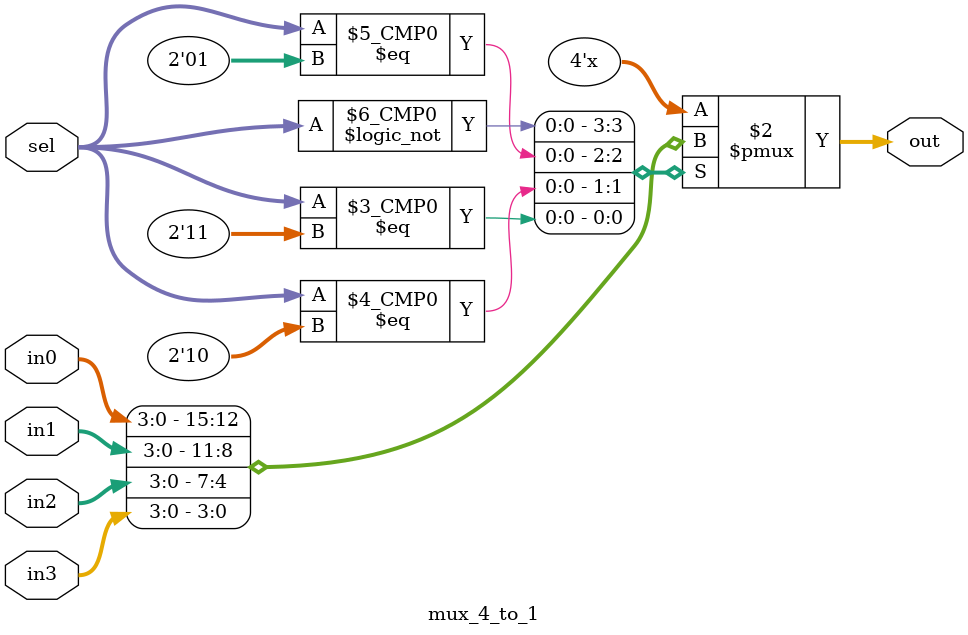
<source format=v>
module mux_4_to_1 (
    input [3:0] in0, // 4-bit data input 0
    input [3:0] in1, // 4-bit data input 1
    input [3:0] in2, // 4-bit data input 2
    input [3:0] in3, // 4-bit data input 3
    input [1:0] sel, // 2-bit select signal
    output reg [3:0] out // 4-bit output
);

    // The logic inside the always block is executed whenever any input changes
    always @(*) begin
        case (sel)
            2'b00: out = in0;
            2'b01: out = in1;
            2'b10: out = in2;
            2'b11: out = in3;
            default: out = 4'b0000; // Undefined for invalid select
        endcase
    end
endmodule

</source>
